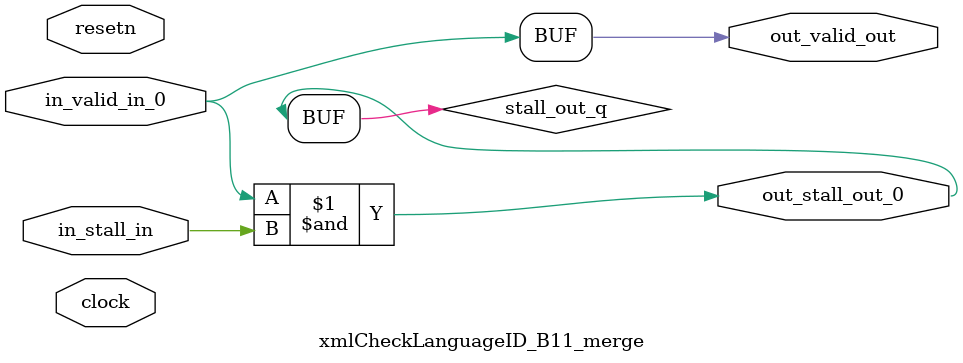
<source format=sv>



(* altera_attribute = "-name AUTO_SHIFT_REGISTER_RECOGNITION OFF; -name MESSAGE_DISABLE 10036; -name MESSAGE_DISABLE 10037; -name MESSAGE_DISABLE 14130; -name MESSAGE_DISABLE 14320; -name MESSAGE_DISABLE 15400; -name MESSAGE_DISABLE 14130; -name MESSAGE_DISABLE 10036; -name MESSAGE_DISABLE 12020; -name MESSAGE_DISABLE 12030; -name MESSAGE_DISABLE 12010; -name MESSAGE_DISABLE 12110; -name MESSAGE_DISABLE 14320; -name MESSAGE_DISABLE 13410; -name MESSAGE_DISABLE 113007; -name MESSAGE_DISABLE 10958" *)
module xmlCheckLanguageID_B11_merge (
    input wire [0:0] in_stall_in,
    input wire [0:0] in_valid_in_0,
    output wire [0:0] out_stall_out_0,
    output wire [0:0] out_valid_out,
    input wire clock,
    input wire resetn
    );

    wire [0:0] stall_out_q;


    // stall_out(LOGICAL,6)
    assign stall_out_q = in_valid_in_0 & in_stall_in;

    // out_stall_out_0(GPOUT,4)
    assign out_stall_out_0 = stall_out_q;

    // out_valid_out(GPOUT,5)
    assign out_valid_out = in_valid_in_0;

endmodule

</source>
